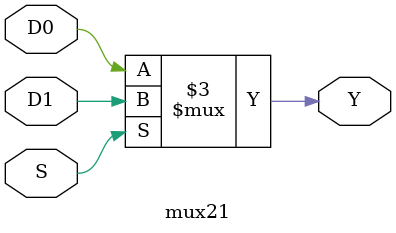
<source format=v>
module mux21( D0, D1, S, Y); // D0, D1 are the inputs, S is the read, Y is the output
    input wire D0, D1, S;
    output reg Y;

    always @(D0 or D1 or S)
    begin

        if(S) 
        Y= D1;
        else
        Y=D0;

    end

endmodule 
</source>
